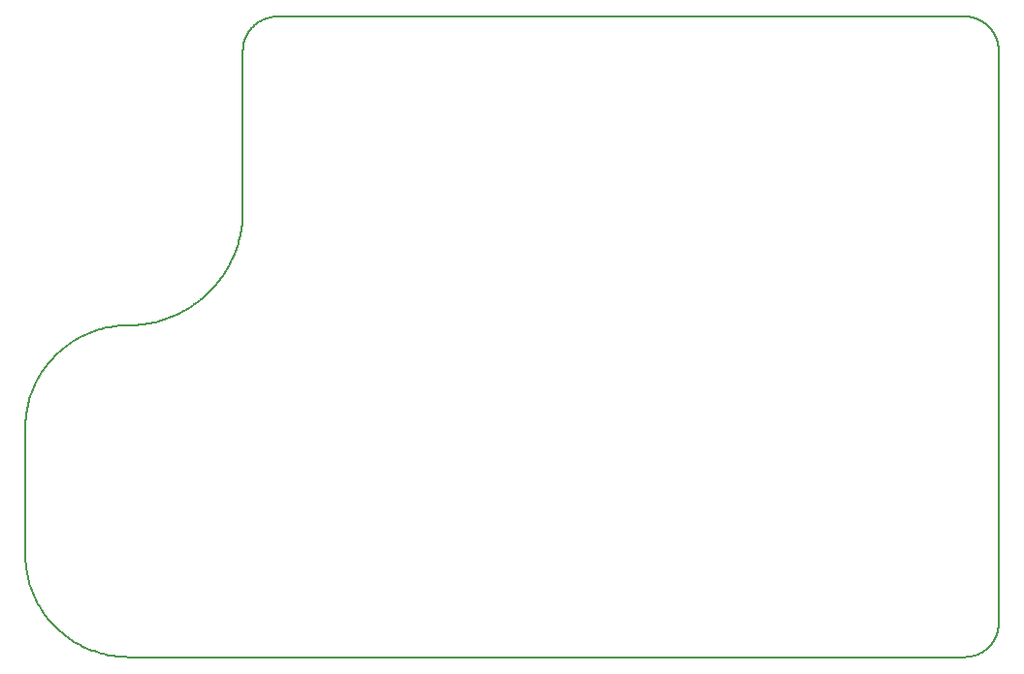
<source format=gbr>
G04 EAGLE Gerber X2 export*
%TF.Part,Single*%
%TF.FileFunction,Other,%N.gko*%
%TF.FilePolarity,Positive*%
%TF.GenerationSoftware,Autodesk,EAGLE,8.6.0*%
%TF.CreationDate,2018-07-05T08:29:46Z*%
G75*
%MOMM*%
%FSLAX34Y34*%
%LPD*%
%AMOC8*
5,1,8,0,0,1.08239X$1,22.5*%
G01*
%ADD10C,0.152400*%


D10*
X90000Y0D02*
X820000Y0D01*
X90000Y0D02*
X87825Y26D01*
X85652Y105D01*
X83481Y236D01*
X81314Y420D01*
X79152Y656D01*
X76996Y944D01*
X74848Y1285D01*
X72709Y1677D01*
X70579Y2120D01*
X68462Y2615D01*
X66356Y3161D01*
X64265Y3758D01*
X62188Y4405D01*
X60128Y5102D01*
X58086Y5849D01*
X56061Y6644D01*
X54057Y7489D01*
X52074Y8381D01*
X50113Y9322D01*
X48175Y10309D01*
X46261Y11343D01*
X44374Y12423D01*
X42512Y13548D01*
X40679Y14718D01*
X38874Y15931D01*
X37099Y17188D01*
X35355Y18488D01*
X33643Y19829D01*
X31964Y21212D01*
X30319Y22634D01*
X28709Y24096D01*
X27134Y25596D01*
X25596Y27134D01*
X24096Y28709D01*
X22634Y30319D01*
X21212Y31964D01*
X19829Y33643D01*
X18488Y35355D01*
X17188Y37099D01*
X15931Y38874D01*
X14718Y40679D01*
X13548Y42512D01*
X12423Y44374D01*
X11343Y46261D01*
X10309Y48175D01*
X9322Y50113D01*
X8381Y52074D01*
X7489Y54057D01*
X6644Y56061D01*
X5849Y58086D01*
X5102Y60128D01*
X4405Y62188D01*
X3758Y64265D01*
X3161Y66356D01*
X2615Y68462D01*
X2120Y70579D01*
X1677Y72709D01*
X1285Y74848D01*
X944Y76996D01*
X656Y79152D01*
X420Y81314D01*
X236Y83481D01*
X105Y85652D01*
X26Y87825D01*
X0Y90000D01*
X190000Y530000D02*
X190009Y530725D01*
X190035Y531449D01*
X190079Y532173D01*
X190140Y532895D01*
X190219Y533616D01*
X190315Y534335D01*
X190428Y535051D01*
X190559Y535764D01*
X190707Y536474D01*
X190872Y537179D01*
X191054Y537881D01*
X191253Y538578D01*
X191468Y539271D01*
X191701Y539957D01*
X191950Y540638D01*
X192215Y541313D01*
X192496Y541981D01*
X192794Y542642D01*
X193107Y543296D01*
X193436Y543942D01*
X193781Y544580D01*
X194141Y545209D01*
X194516Y545829D01*
X194906Y546440D01*
X195310Y547042D01*
X195729Y547634D01*
X196163Y548215D01*
X196610Y548786D01*
X197071Y549345D01*
X197545Y549894D01*
X198032Y550430D01*
X198532Y550955D01*
X199045Y551468D01*
X199570Y551968D01*
X200106Y552455D01*
X200655Y552929D01*
X201214Y553390D01*
X201785Y553837D01*
X202366Y554271D01*
X202958Y554690D01*
X203560Y555094D01*
X204171Y555484D01*
X204791Y555859D01*
X205420Y556219D01*
X206058Y556564D01*
X206704Y556893D01*
X207358Y557206D01*
X208019Y557504D01*
X208687Y557785D01*
X209362Y558050D01*
X210043Y558299D01*
X210729Y558532D01*
X211422Y558747D01*
X212119Y558946D01*
X212821Y559128D01*
X213526Y559293D01*
X214236Y559441D01*
X214949Y559572D01*
X215665Y559685D01*
X216384Y559781D01*
X217105Y559860D01*
X217827Y559921D01*
X218551Y559965D01*
X219275Y559991D01*
X220000Y560000D01*
X820000Y560000D01*
X850000Y30000D02*
X849991Y29275D01*
X849965Y28551D01*
X849921Y27827D01*
X849860Y27105D01*
X849781Y26384D01*
X849685Y25665D01*
X849572Y24949D01*
X849441Y24236D01*
X849293Y23526D01*
X849128Y22821D01*
X848946Y22119D01*
X848747Y21422D01*
X848532Y20729D01*
X848299Y20043D01*
X848050Y19362D01*
X847785Y18687D01*
X847504Y18019D01*
X847206Y17358D01*
X846893Y16704D01*
X846564Y16058D01*
X846219Y15420D01*
X845859Y14791D01*
X845484Y14171D01*
X845094Y13560D01*
X844690Y12958D01*
X844271Y12366D01*
X843837Y11785D01*
X843390Y11214D01*
X842929Y10655D01*
X842455Y10106D01*
X841968Y9570D01*
X841468Y9045D01*
X840955Y8532D01*
X840430Y8032D01*
X839894Y7545D01*
X839345Y7071D01*
X838786Y6610D01*
X838215Y6163D01*
X837634Y5729D01*
X837042Y5310D01*
X836440Y4906D01*
X835829Y4516D01*
X835209Y4141D01*
X834580Y3781D01*
X833942Y3436D01*
X833296Y3107D01*
X832642Y2794D01*
X831981Y2496D01*
X831313Y2215D01*
X830638Y1950D01*
X829957Y1701D01*
X829271Y1468D01*
X828578Y1253D01*
X827881Y1054D01*
X827179Y872D01*
X826474Y707D01*
X825764Y559D01*
X825051Y428D01*
X824335Y315D01*
X823616Y219D01*
X822895Y140D01*
X822173Y79D01*
X821449Y35D01*
X820725Y9D01*
X820000Y0D01*
X850000Y530000D02*
X849991Y530725D01*
X849965Y531449D01*
X849921Y532173D01*
X849860Y532895D01*
X849781Y533616D01*
X849685Y534335D01*
X849572Y535051D01*
X849441Y535764D01*
X849293Y536474D01*
X849128Y537179D01*
X848946Y537881D01*
X848747Y538578D01*
X848532Y539271D01*
X848299Y539957D01*
X848050Y540638D01*
X847785Y541313D01*
X847504Y541981D01*
X847206Y542642D01*
X846893Y543296D01*
X846564Y543942D01*
X846219Y544580D01*
X845859Y545209D01*
X845484Y545829D01*
X845094Y546440D01*
X844690Y547042D01*
X844271Y547634D01*
X843837Y548215D01*
X843390Y548786D01*
X842929Y549345D01*
X842455Y549894D01*
X841968Y550430D01*
X841468Y550955D01*
X840955Y551468D01*
X840430Y551968D01*
X839894Y552455D01*
X839345Y552929D01*
X838786Y553390D01*
X838215Y553837D01*
X837634Y554271D01*
X837042Y554690D01*
X836440Y555094D01*
X835829Y555484D01*
X835209Y555859D01*
X834580Y556219D01*
X833942Y556564D01*
X833296Y556893D01*
X832642Y557206D01*
X831981Y557504D01*
X831313Y557785D01*
X830638Y558050D01*
X829957Y558299D01*
X829271Y558532D01*
X828578Y558747D01*
X827881Y558946D01*
X827179Y559128D01*
X826474Y559293D01*
X825764Y559441D01*
X825051Y559572D01*
X824335Y559685D01*
X823616Y559781D01*
X822895Y559860D01*
X822173Y559921D01*
X821449Y559965D01*
X820725Y559991D01*
X820000Y560000D01*
X850000Y530000D02*
X850000Y30000D01*
X90000Y290000D02*
X87825Y289974D01*
X85652Y289895D01*
X83481Y289764D01*
X81314Y289580D01*
X79152Y289344D01*
X76996Y289056D01*
X74848Y288715D01*
X72709Y288323D01*
X70579Y287880D01*
X68462Y287385D01*
X66356Y286839D01*
X64265Y286242D01*
X62188Y285595D01*
X60128Y284898D01*
X58086Y284151D01*
X56061Y283356D01*
X54057Y282511D01*
X52074Y281619D01*
X50113Y280678D01*
X48175Y279691D01*
X46261Y278657D01*
X44374Y277577D01*
X42512Y276452D01*
X40679Y275282D01*
X38874Y274069D01*
X37099Y272812D01*
X35355Y271512D01*
X33643Y270171D01*
X31964Y268788D01*
X30319Y267366D01*
X28709Y265904D01*
X27134Y264404D01*
X25596Y262866D01*
X24096Y261291D01*
X22634Y259681D01*
X21212Y258036D01*
X19829Y256357D01*
X18488Y254645D01*
X17188Y252901D01*
X15931Y251126D01*
X14718Y249321D01*
X13548Y247488D01*
X12423Y245626D01*
X11343Y243739D01*
X10309Y241825D01*
X9322Y239887D01*
X8381Y237926D01*
X7489Y235943D01*
X6644Y233939D01*
X5849Y231914D01*
X5102Y229872D01*
X4405Y227812D01*
X3758Y225735D01*
X3161Y223644D01*
X2615Y221538D01*
X2120Y219421D01*
X1677Y217291D01*
X1285Y215152D01*
X944Y213004D01*
X656Y210848D01*
X420Y208686D01*
X236Y206519D01*
X105Y204348D01*
X26Y202175D01*
X0Y200000D01*
X90000Y290000D02*
X92416Y290029D01*
X94831Y290117D01*
X97243Y290263D01*
X99651Y290467D01*
X102054Y290729D01*
X104449Y291049D01*
X106836Y291427D01*
X109213Y291863D01*
X111578Y292356D01*
X113932Y292906D01*
X116271Y293512D01*
X118595Y294175D01*
X120902Y294894D01*
X123191Y295669D01*
X125460Y296498D01*
X127709Y297383D01*
X129936Y298321D01*
X132140Y299313D01*
X134319Y300357D01*
X136472Y301454D01*
X138598Y302603D01*
X140696Y303803D01*
X142764Y305053D01*
X144801Y306353D01*
X146806Y307702D01*
X148779Y309098D01*
X150716Y310542D01*
X152619Y312033D01*
X154484Y313568D01*
X156312Y315149D01*
X158102Y316773D01*
X159851Y318440D01*
X161560Y320149D01*
X163227Y321898D01*
X164851Y323688D01*
X166432Y325516D01*
X167967Y327381D01*
X169458Y329284D01*
X170902Y331221D01*
X172298Y333194D01*
X173647Y335199D01*
X174947Y337236D01*
X176197Y339304D01*
X177397Y341402D01*
X178546Y343528D01*
X179643Y345681D01*
X180687Y347860D01*
X181679Y350064D01*
X182617Y352291D01*
X183502Y354540D01*
X184331Y356809D01*
X185106Y359098D01*
X185825Y361405D01*
X186488Y363729D01*
X187094Y366068D01*
X187644Y368422D01*
X188137Y370787D01*
X188573Y373164D01*
X188951Y375551D01*
X189271Y377946D01*
X189533Y380349D01*
X189737Y382757D01*
X189883Y385169D01*
X189971Y387584D01*
X190000Y390000D01*
X190000Y530000D01*
X0Y200000D02*
X0Y90000D01*
M02*

</source>
